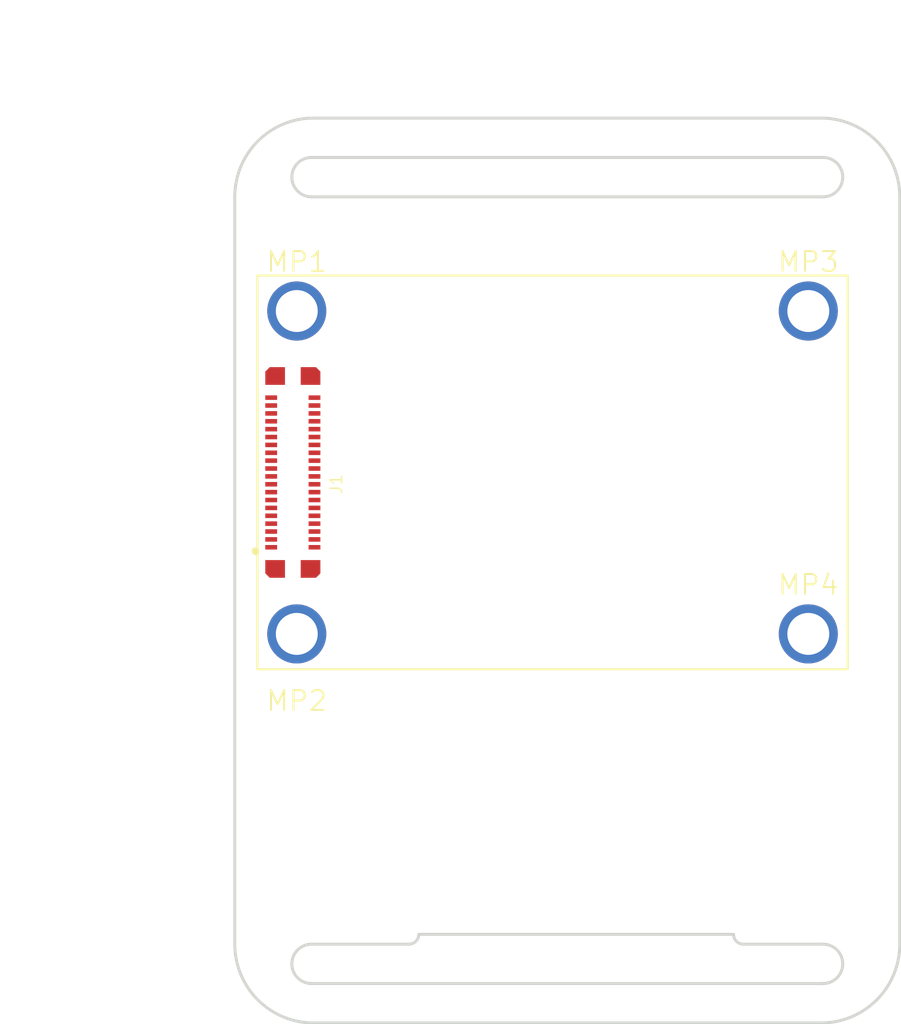
<source format=kicad_pcb>
(kicad_pcb (version 20240108) (generator "pcbnew") (generator_version "8.0")
  (layers (0 "F.Cu" signal) (31 "B.Cu" signal) (34 "B.Paste" user) (35 "F.Paste" user) (36 "B.SilkS" user "B.Silkscreen") (37 "F.SilkS" user "F.Silkscreen") (38 "B.Mask" user) (39 "F.Mask" user) (44 "Edge.Cuts" user))
  (net 0 "")
  (footprint "AllardMountingHW:MTGNP300H213Z565" (layer "F.Cu") (at 123 126.2)
    (property "Reference" "MP2" (at 0 3.4 0) (layer "F.SilkS") (effects (font (thickness 0.1))))
    (property "Value" "M3 1mm" (hide yes))
    (pad "1" thru_hole circle (at 0 0) (size 3 3) (drill 2.13) (layers "*.Cu" "*.Mask"))
  )
  (footprint "AllardMountingHW:MTGNP300H213Z565" (layer "F.Cu") (at 149 109.8)
    (property "Reference" "MP3" (at 0 -2.5 0) (layer "F.SilkS") (effects (font (thickness 0.1))))
    (property "Value" "M3 1mm" (hide yes))
    (pad "1" thru_hole circle (at 0 0) (size 3 3) (drill 2.13) (layers "*.Cu" "*.Mask"))
  )
  (footprint "AllardConnFootPrints:TXGA_FBB04004-F40S1003K6M" (layer "F.Cu") (at 122.8 118 90)
    (property "Reference" "J1" (at -0.6 2.2 90) (layer "F.SilkS") (effects (font (size 0.6 0.6) (thickness 0.07))))
    (property "Value" "WisBlock" (hide yes))
    (fp_circle (center -4 -1.9) (end -4 -1.8) (stroke (width 0.2)) (fill solid) (layer "F.SilkS"))
    (pad "1" smd rect (at -3.8 -1.1 90) (size 0.23 0.6) (layers "F.Cu" "F.Paste" "F.Mask"))
    (pad "2" smd rect (at -3.8 1.1 90) (size 0.23 0.6) (layers "F.Cu" "F.Paste" "F.Mask"))
    (pad "3" smd rect (at -3.4 -1.1 90) (size 0.23 0.6) (layers "F.Cu" "F.Paste" "F.Mask"))
    (pad "4" smd rect (at -3.4 1.1 90) (size 0.23 0.6) (layers "F.Cu" "F.Paste" "F.Mask"))
    (pad "5" smd rect (at -3 -1.1 90) (size 0.23 0.6) (layers "F.Cu" "F.Paste" "F.Mask"))
    (pad "6" smd rect (at -3 1.1 90) (size 0.23 0.6) (layers "F.Cu" "F.Paste" "F.Mask"))
    (pad "7" smd rect (at -2.6 -1.1 90) (size 0.23 0.6) (layers "F.Cu" "F.Paste" "F.Mask"))
    (pad "8" smd rect (at -2.6 1.1 90) (size 0.23 0.6) (layers "F.Cu" "F.Paste" "F.Mask"))
    (pad "9" smd rect (at -2.2 -1.1 90) (size 0.23 0.6) (layers "F.Cu" "F.Paste" "F.Mask"))
    (pad "10" smd rect (at -2.2 1.1 90) (size 0.23 0.6) (layers "F.Cu" "F.Paste" "F.Mask"))
    (pad "11" smd rect (at -1.8 -1.1 90) (size 0.23 0.6) (layers "F.Cu" "F.Paste" "F.Mask"))
    (pad "12" smd rect (at -1.8 1.1 90) (size 0.23 0.6) (layers "F.Cu" "F.Paste" "F.Mask"))
    (pad "13" smd rect (at -1.4 -1.1 90) (size 0.23 0.6) (layers "F.Cu" "F.Paste" "F.Mask"))
    (pad "14" smd rect (at -1.4 1.1 90) (size 0.23 0.6) (layers "F.Cu" "F.Paste" "F.Mask"))
    (pad "15" smd rect (at -1 -1.1 90) (size 0.23 0.6) (layers "F.Cu" "F.Paste" "F.Mask"))
    (pad "16" smd rect (at -1 1.1 90) (size 0.23 0.6) (layers "F.Cu" "F.Paste" "F.Mask"))
    (pad "17" smd rect (at -0.6 -1.1 90) (size 0.23 0.6) (layers "F.Cu" "F.Paste" "F.Mask"))
    (pad "18" smd rect (at -0.6 1.1 90) (size 0.23 0.6) (layers "F.Cu" "F.Paste" "F.Mask"))
    (pad "19" smd rect (at -0.2 -1.1 90) (size 0.23 0.6) (layers "F.Cu" "F.Paste" "F.Mask"))
    (pad "20" smd rect (at -0.2 1.1 90) (size 0.23 0.6) (layers "F.Cu" "F.Paste" "F.Mask"))
    (pad "21" smd rect (at 0.2 -1.1 90) (size 0.23 0.6) (layers "F.Cu" "F.Paste" "F.Mask"))
    (pad "22" smd rect (at 0.2 1.1 90) (size 0.23 0.6) (layers "F.Cu" "F.Paste" "F.Mask"))
    (pad "23" smd rect (at 0.6 -1.1 90) (size 0.23 0.6) (layers "F.Cu" "F.Paste" "F.Mask"))
    (pad "24" smd rect (at 0.6 1.1 90) (size 0.23 0.6) (layers "F.Cu" "F.Paste" "F.Mask"))
    (pad "25" smd rect (at 1 -1.1 90) (size 0.23 0.6) (layers "F.Cu" "F.Paste" "F.Mask"))
    (pad "26" smd rect (at 1 1.1 90) (size 0.23 0.6) (layers "F.Cu" "F.Paste" "F.Mask"))
    (pad "27" smd rect (at 1.4 -1.1 90) (size 0.23 0.6) (layers "F.Cu" "F.Paste" "F.Mask"))
    (pad "28" smd rect (at 1.4 1.1 90) (size 0.23 0.6) (layers "F.Cu" "F.Paste" "F.Mask"))
    (pad "29" smd rect (at 1.8 -1.1 90) (size 0.23 0.6) (layers "F.Cu" "F.Paste" "F.Mask"))
    (pad "30" smd rect (at 1.8 1.1 90) (size 0.23 0.6) (layers "F.Cu" "F.Paste" "F.Mask"))
    (pad "31" smd rect (at 2.2 -1.1 90) (size 0.23 0.6) (layers "F.Cu" "F.Paste" "F.Mask"))
    (pad "32" smd rect (at 2.2 1.1 90) (size 0.23 0.6) (layers "F.Cu" "F.Paste" "F.Mask"))
    (pad "33" smd rect (at 2.6 -1.1 90) (size 0.23 0.6) (layers "F.Cu" "F.Paste" "F.Mask"))
    (pad "34" smd rect (at 2.6 1.1 90) (size 0.23 0.6) (layers "F.Cu" "F.Paste" "F.Mask"))
    (pad "35" smd rect (at 3 -1.1 90) (size 0.23 0.6) (layers "F.Cu" "F.Paste" "F.Mask"))
    (pad "36" smd rect (at 3 1.1 90) (size 0.23 0.6) (layers "F.Cu" "F.Paste" "F.Mask"))
    (pad "37" smd rect (at 3.4 -1.1 90) (size 0.23 0.6) (layers "F.Cu" "F.Paste" "F.Mask"))
    (pad "38" smd rect (at 3.4 1.1 90) (size 0.23 0.6) (layers "F.Cu" "F.Paste" "F.Mask"))
    (pad "39" smd rect (at 3.8 -1.1 90) (size 0.23 0.6) (layers "F.Cu" "F.Paste" "F.Mask"))
    (pad "40" smd rect (at 3.8 1.1 90) (size 0.23 0.6) (layers "F.Cu" "F.Paste" "F.Mask"))
    (pad "FS1" smd roundrect (at -4.9 -0.9 90) (size 0.9 1) (layers "F.Cu" "F.Paste" "F.Mask") (roundrect_rratio 0) (chamfer_ratio 0.25) (chamfer top_left))
    (pad "FS2" smd roundrect (at -4.9 0.9 90) (size 0.9 1) (layers "F.Cu" "F.Paste" "F.Mask") (roundrect_rratio 0) (chamfer_ratio 0.25) (chamfer bottom_left))
    (pad "FS3" smd roundrect (at 4.9 0.9 90) (size 0.9 1) (layers "F.Cu" "F.Paste" "F.Mask") (roundrect_rratio 0) (chamfer_ratio 0.25) (chamfer bottom_right))
    (pad "FS4" smd roundrect (at 4.9 -0.9 90) (size 0.9 1) (layers "F.Cu" "F.Paste" "F.Mask") (roundrect_rratio 0) (chamfer_ratio 0.25) (chamfer top_right))
  )
  (footprint "AllardMountingHW:MTGNP300H213Z565" (layer "F.Cu") (at 123 109.8)
    (property "Reference" "MP1" (at 0 -2.5 0) (layer "F.SilkS") (effects (font (thickness 0.1))))
    (property "Value" "M3 1mm" (hide yes))
    (pad "1" thru_hole circle (at 0 0) (size 3 3) (drill 2.13) (layers "*.Cu" "*.Mask"))
  )
  (footprint "AllardMountingHW:MTGNP300H213Z565" (layer "F.Cu") (at 149 126.2)
    (property "Reference" "MP4" (at 0 -2.5 0) (layer "F.SilkS") (effects (font (thickness 0.1))))
    (property "Value" "M3 1mm" (hide yes))
    (pad "1" thru_hole circle (at 0 0) (size 3 3) (drill 2.13) (layers "*.Cu" "*.Mask"))
  )
  (gr_rect (start 121 108) (end 151 128) (stroke (width 0.1)) (fill none) (layer "F.SilkS"))
  (gr_line (start 153.65 141.96) (end 153.65 104) (stroke (width 0.15)) (layer "Edge.Cuts"))
  (gr_arc (start 122.75 142.96) (mid 123.042893 142.252893) (end 123.75 141.96) (stroke (width 0.15)) (layer "Edge.Cuts"))
  (gr_arc (start 145.7 141.96) (mid 145.346447 141.813553) (end 145.2 141.46) (stroke (width 0.15)) (layer "Edge.Cuts"))
  (gr_line (start 129.2 141.46) (end 145.2 141.46) (stroke (width 0.15)) (layer "Edge.Cuts"))
  (gr_line (start 149.65 100) (end 123.85 100) (stroke (width 0.15)) (layer "Edge.Cuts"))
  (gr_line (start 149.75 141.96) (end 145.7 141.96) (stroke (width 0.15)) (layer "Edge.Cuts"))
  (gr_arc (start 149.75 141.96) (mid 150.457107 142.252893) (end 150.75 142.96) (stroke (width 0.15)) (layer "Edge.Cuts"))
  (gr_arc (start 122.75 103) (mid 123.042893 102.292893) (end 123.75 102) (stroke (width 0.15)) (layer "Edge.Cuts"))
  (gr_arc (start 150.75 142.96) (mid 150.457107 143.667107) (end 149.75 143.96) (stroke (width 0.15)) (layer "Edge.Cuts"))
  (gr_arc (start 153.65 141.96) (mid 152.478427 144.788427) (end 149.65 145.96) (stroke (width 0.15)) (layer "Edge.Cuts"))
  (gr_line (start 119.85 141.96) (end 119.85 104) (stroke (width 0.15)) (layer "Edge.Cuts"))
  (gr_arc (start 119.85 104) (mid 121.021573 101.171573) (end 123.85 100) (stroke (width 0.15)) (layer "Edge.Cuts"))
  (gr_line (start 123.75 102) (end 149.75 102) (stroke (width 0.15)) (layer "Edge.Cuts"))
  (gr_line (start 123.75 141.96) (end 128.7 141.96) (stroke (width 0.15)) (layer "Edge.Cuts"))
  (gr_arc (start 149.65 100) (mid 152.478427 101.171573) (end 153.65 104) (stroke (width 0.15)) (layer "Edge.Cuts"))
  (gr_arc (start 123.75 143.96) (mid 123.042893 143.667107) (end 122.75 142.96) (stroke (width 0.15)) (layer "Edge.Cuts"))
  (gr_arc (start 150.75 103) (mid 150.457107 103.707107) (end 149.75 104) (stroke (width 0.15)) (layer "Edge.Cuts"))
  (gr_line (start 123.85 145.96) (end 149.65 145.96) (stroke (width 0.15)) (layer "Edge.Cuts"))
  (gr_arc (start 123.75 104) (mid 123.042893 103.707107) (end 122.75 103) (stroke (width 0.15)) (layer "Edge.Cuts"))
  (gr_arc (start 149.75 102) (mid 150.457107 102.292893) (end 150.75 103) (stroke (width 0.15)) (layer "Edge.Cuts"))
  (gr_arc (start 123.85 145.96) (mid 121.021573 144.788427) (end 119.85 141.96) (stroke (width 0.15)) (layer "Edge.Cuts"))
  (gr_arc (start 129.2 141.46) (mid 129.053553 141.813553) (end 128.7 141.96) (stroke (width 0.15)) (layer "Edge.Cuts"))
  (gr_line (start 149.75 104) (end 123.75 104) (stroke (width 0.15)) (layer "Edge.Cuts"))
  (gr_line (start 149.75 143.96) (end 123.75 143.96) (stroke (width 0.15)) (layer "Edge.Cuts"))
)
</source>
